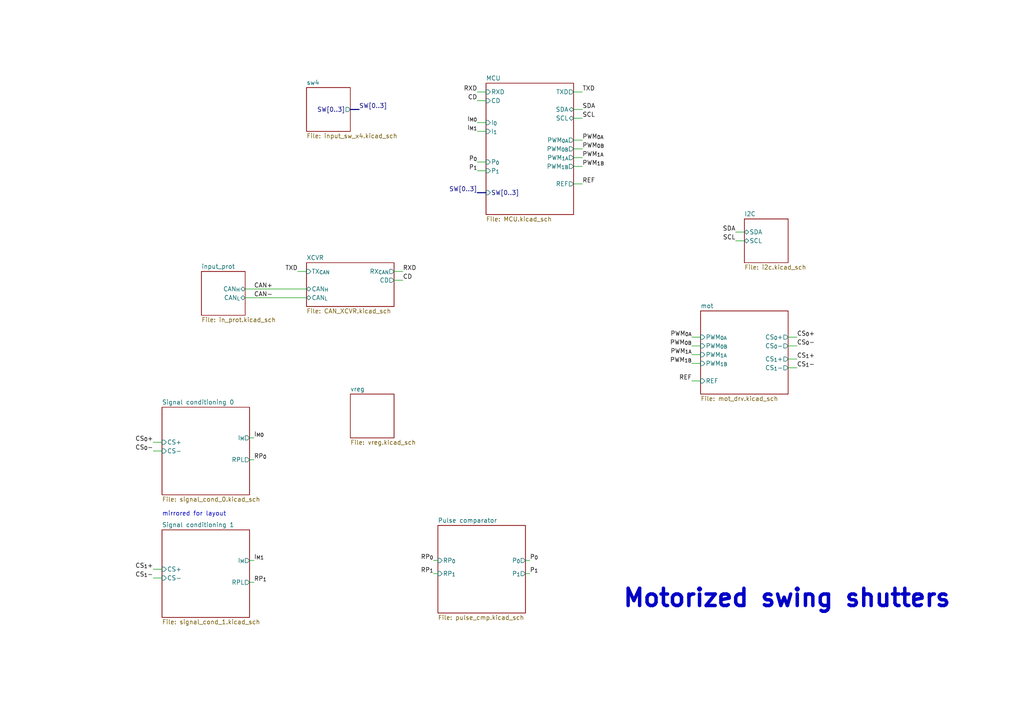
<source format=kicad_sch>
(kicad_sch (version 20230121) (generator eeschema)
  (paper "A4")
  (lib_symbols)
  (wire (pts (xy 200.66 110.49) (xy 203.2 110.49)))
  (wire (pts (xy 71.12 86.36) (xy 88.9 86.36)))
  (wire (pts (xy 138.43 38.1) (xy 140.97 38.1)))
  (wire (pts (xy 44.45 128.27) (xy 46.99 128.27)))
  (wire (pts (xy 215.9 69.85) (xy 213.36 69.85)))
  (wire (pts (xy 166.37 34.29) (xy 168.91 34.29)))
  (wire (pts (xy 166.37 45.72) (xy 168.91 45.72)))
  (wire (pts (xy 228.6 104.14) (xy 231.14 104.14)))
  (wire (pts (xy 72.39 168.91) (xy 73.66 168.91)))
  (wire (pts (xy 228.6 97.79) (xy 231.14 97.79)))
  (wire (pts (xy 166.37 43.18) (xy 168.91 43.18)))
  (wire (pts (xy 166.37 31.75) (xy 168.91 31.75)))
  (wire (pts (xy 138.43 26.67) (xy 140.97 26.67)))
  (wire (pts (xy 228.6 100.33) (xy 231.14 100.33)))
  (bus (pts (xy 140.97 55.88) (xy 138.43 55.88)))
  (wire (pts (xy 44.45 167.64) (xy 46.99 167.64)))
  (wire (pts (xy 125.73 166.37) (xy 127 166.37)))
  (wire (pts (xy 44.45 165.1) (xy 46.99 165.1)))
  (wire (pts (xy 152.4 166.37) (xy 153.67 166.37)))
  (wire (pts (xy 72.39 127) (xy 73.66 127)))
  (wire (pts (xy 200.66 100.33) (xy 203.2 100.33)))
  (wire (pts (xy 44.45 130.81) (xy 46.99 130.81)))
  (wire (pts (xy 138.43 35.56) (xy 140.97 35.56)))
  (wire (pts (xy 114.3 78.74) (xy 116.84 78.74)))
  (wire (pts (xy 86.36 78.74) (xy 88.9 78.74)))
  (wire (pts (xy 166.37 26.67) (xy 168.91 26.67)))
  (wire (pts (xy 152.4 162.56) (xy 153.67 162.56)))
  (wire (pts (xy 166.37 40.64) (xy 168.91 40.64)))
  (wire (pts (xy 114.3 81.28) (xy 116.84 81.28)))
  (wire (pts (xy 200.66 97.79) (xy 203.2 97.79)))
  (wire (pts (xy 200.66 105.41) (xy 203.2 105.41)))
  (wire (pts (xy 215.9 67.31) (xy 213.36 67.31)))
  (wire (pts (xy 71.12 83.82) (xy 88.9 83.82)))
  (wire (pts (xy 138.43 29.21) (xy 140.97 29.21)))
  (wire (pts (xy 138.43 49.53) (xy 140.97 49.53)))
  (wire (pts (xy 72.39 133.35) (xy 73.66 133.35)))
  (wire (pts (xy 200.66 102.87) (xy 203.2 102.87)))
  (wire (pts (xy 138.43 46.99) (xy 140.97 46.99)))
  (wire (pts (xy 72.39 162.56) (xy 73.66 162.56)))
  (wire (pts (xy 228.6 106.68) (xy 231.14 106.68)))
  (bus (pts (xy 104.14 31.75) (xy 101.6 31.75)))
  (wire (pts (xy 166.37 53.34) (xy 168.91 53.34)))
  (wire (pts (xy 166.37 48.26) (xy 168.91 48.26)))
  (wire (pts (xy 125.73 162.56) (xy 127 162.56)))
  (text "Motorized swing shutters" (at 180.34 176.53 0) (effects (font (size 5 5) (thickness 1) bold) (justify left bottom)))
  (text "mirrored for layout" (at 46.99 149.86 0) (effects (font (size 1.27 1.27)) (justify left bottom)))
  (label "PWM_{1A}" (at 168.91 45.72 0))
  (label "P_{1}" (at 153.67 166.37 0))
  (label "I_{M0}" (at 73.66 127 0))
  (label "PWM_{0B}" (at 200.66 100.33 180))
  (label "TXD" (at 168.91 26.67 0))
  (label "CS_{0}+" (at 44.45 128.27 180))
  (label "PWM_{0A}" (at 200.66 97.79 180))
  (label "CS_{1}-" (at 44.45 167.64 180))
  (label "CS_{0}-" (at 44.45 130.81 180))
  (label "SCL" (at 213.36 69.85 180))
  (label "RP_{1}" (at 125.73 166.37 180))
  (label "RP_{0}" (at 73.66 133.35 0))
  (label "CAN-" (at 73.66 86.36 0))
  (label "I_{M1}" (at 73.66 162.56 0))
  (label "RXD" (at 138.43 26.67 180))
  (label "PWM_{1B}" (at 168.91 48.26 0))
  (label "PWM_{0A}" (at 168.91 40.64 0))
  (label "CD" (at 116.84 81.28 0))
  (label "PWM_{1B}" (at 200.66 105.41 180))
  (label "TXD" (at 86.36 78.74 180))
  (label "SDA" (at 168.91 31.75 0))
  (label "REF" (at 200.66 110.49 180))
  (label "I_{M1}" (at 138.43 38.1 180))
  (label "RP_{1}" (at 73.66 168.91 0))
  (label "CS_{0}-" (at 231.14 100.33 0))
  (label "SW[0..3]" (at 138.43 55.88 180))
  (label "SDA" (at 213.36 67.31 180))
  (label "SW[0..3]" (at 104.14 31.75 0))
  (label "PWM_{0B}" (at 168.91 43.18 0))
  (label "CS_{1}+" (at 44.45 165.1 180))
  (label "CS_{1}-" (at 231.14 106.68 0))
  (label "PWM_{1A}" (at 200.66 102.87 180))
  (label "RP_{0}" (at 125.73 162.56 180))
  (label "P_{0}" (at 138.43 46.99 180))
  (label "P_{0}" (at 153.67 162.56 0))
  (label "SCL" (at 168.91 34.29 0))
  (label "REF" (at 168.91 53.34 0))
  (label "CD" (at 138.43 29.21 180))
  (label "CAN+" (at 73.66 83.82 0))
  (label "I_{M0}" (at 138.43 35.56 180))
  (label "CS_{1}+" (at 231.14 104.14 0))
  (label "P_{1}" (at 138.43 49.53 180))
  (label "RXD" (at 116.84 78.74 0))
  (label "CS_{0}+" (at 231.14 97.79 0))
  (sheet (at 101.6 114.3) (size 12.7 12.7) (stroke (width 0.1524))
    (property "Sheetname" "vreg" (at 101.6 113.5884 0) (effects (justify left bottom)))
    (property "Sheetfile" "vreg.kicad_sch" (at 101.6 127.5846 0) (effects (justify left top)))
  )
  (sheet (at 140.97 24.13) (size 25.4 38.1) (stroke (width 0.1524))
    (property "Sheetname" "MCU" (at 140.97 23.4184 0) (effects (justify left bottom)))
    (property "Sheetfile" "MCU.kicad_sch" (at 140.97 62.8146 0) (effects (justify left top)))
    (pin "TXD" output (at 166.37 26.67 0))
    (pin "RXD" input (at 140.97 26.67 180))
    (pin "CD" input (at 140.97 29.21 180))
    (pin "PWM_{1A}" output (at 166.37 45.72 0))
    (pin "PWM_{0A}" output (at 166.37 40.64 0))
    (pin "SCL" bidirectional (at 166.37 34.29 0))
    (pin "SDA" bidirectional (at 166.37 31.75 0))
    (pin "PWM_{1B}" output (at 166.37 48.26 0))
    (pin "PWM_{0B}" output (at 166.37 43.18 0))
    (pin "I_{0}" input (at 140.97 35.56 180))
    (pin "I_{1}" input (at 140.97 38.1 180))
    (pin "SW[0..3]" input (at 140.97 55.88 180))
    (pin "P_{1}" input (at 140.97 49.53 180))
    (pin "P_{0}" input (at 140.97 46.99 180))
    (pin "REF" output (at 166.37 53.34 0))
  )
  (sheet (at 88.9 25.4) (size 12.7 12.7) (stroke (width 0.1524))
    (property "Sheetname" "sw4" (at 88.9 24.6884 0) (effects (justify left bottom)))
    (property "Sheetfile" "input_sw_x4.kicad_sch" (at 88.9 38.6846 0) (effects (justify left top)))
    (pin "SW[0..3]" output (at 101.6 31.75 0))
  )
  (sheet (at 88.9 76.2) (size 25.4 12.7) (stroke (width 0.1524))
    (property "Sheetname" "XCVR" (at 88.9 75.4884 0) (effects (justify left bottom)))
    (property "Sheetfile" "CAN_XCVR.kicad_sch" (at 88.9 89.4846 0) (effects (justify left top)))
    (pin "CAN_{L}" bidirectional (at 88.9 86.36 180))
    (pin "CAN_{H}" bidirectional (at 88.9 83.82 180))
    (pin "TX_{CAN}" input (at 88.9 78.74 180))
    (pin "RX_{CAN}" output (at 114.3 78.74 0))
    (pin "CD" output (at 114.3 81.28 0))
  )
  (sheet (at 203.2 90.17) (size 25.4 24.13) (stroke (width 0.1524))
    (property "Sheetname" "mot" (at 203.2 89.4584 0) (effects (justify left bottom)))
    (property "Sheetfile" "mot_drv.kicad_sch" (at 203.2 114.8846 0) (effects (justify left top)))
    (pin "PWM_{0B}" input (at 203.2 100.33 180))
    (pin "PWM_{1A}" input (at 203.2 102.87 180))
    (pin "PWM_{1B}" input (at 203.2 105.41 180))
    (pin "PWM_{0A}" input (at 203.2 97.79 180))
    (pin "CS_{0}-" output (at 228.6 100.33 0))
    (pin "CS_{0}+" output (at 228.6 97.79 0))
    (pin "CS_{1}-" output (at 228.6 106.68 0))
    (pin "CS_{1}+" output (at 228.6 104.14 0))
    (pin "REF" input (at 203.2 110.49 180))
  )
  (sheet (at 46.99 118.11) (size 25.4 25.4) (stroke (width 0.1524))
    (property "Sheetname" "Signal conditioning 0" (at 46.99 117.3984 0) (effects (justify left bottom)))
    (property "Sheetfile" "signal_cond_0.kicad_sch" (at 46.99 144.0946 0) (effects (justify left top)))
    (pin "I_{M}" output (at 72.39 127 0))
    (pin "RPL" output (at 72.39 133.35 0))
    (pin "CS-" input (at 46.99 130.81 180))
    (pin "CS+" input (at 46.99 128.27 180))
  )
  (sheet (at 127 152.4) (size 25.4 25.4) (stroke (width 0.1524))
    (property "Sheetname" "Pulse comparator" (at 127 151.6884 0) (effects (justify left bottom)))
    (property "Sheetfile" "pulse_cmp.kicad_sch" (at 127 178.3846 0) (effects (justify left top)))
    (pin "P_{1}" output (at 152.4 166.37 0))
    (pin "RP_{1}" input (at 127 166.37 180))
    (pin "P_{0}" output (at 152.4 162.56 0))
    (pin "RP_{0}" input (at 127 162.56 180))
  )
  (sheet (at 58.42 78.74) (size 12.7 12.7) (stroke (width 0.1524))
    (property "Sheetname" "input_prot" (at 58.42 78.0284 0) (effects (justify left bottom)))
    (property "Sheetfile" "in_prot.kicad_sch" (at 58.42 92.0246 0) (effects (justify left top)))
    (pin "CAN_{H}" bidirectional (at 71.12 83.82 0))
    (pin "CAN_{L}" bidirectional (at 71.12 86.36 0))
  )
  (sheet (at 215.9 63.5) (size 12.7 12.7) (stroke (width 0.1524))
    (property "Sheetname" "I2C" (at 215.9 62.7884 0) (effects (justify left bottom)))
    (property "Sheetfile" "i2c.kicad_sch" (at 215.9 76.7846 0) (effects (justify left top)))
    (pin "SDA" bidirectional (at 215.9 67.31 180))
    (pin "SCL" bidirectional (at 215.9 69.85 180))
  )
  (sheet (at 46.99 153.67) (size 25.4 25.4) (stroke (width 0.1524))
    (property "Sheetname" "Signal conditioning 1" (at 46.99 152.9584 0) (effects (justify left bottom)))
    (property "Sheetfile" "signal_cond_1.kicad_sch" (at 46.99 179.6546 0) (effects (justify left top)))
    (pin "I_{M}" output (at 72.39 162.56 0))
    (pin "RPL" output (at 72.39 168.91 0))
    (pin "CS-" input (at 46.99 167.64 180))
    (pin "CS+" input (at 46.99 165.1 180))
  )
)
</source>
